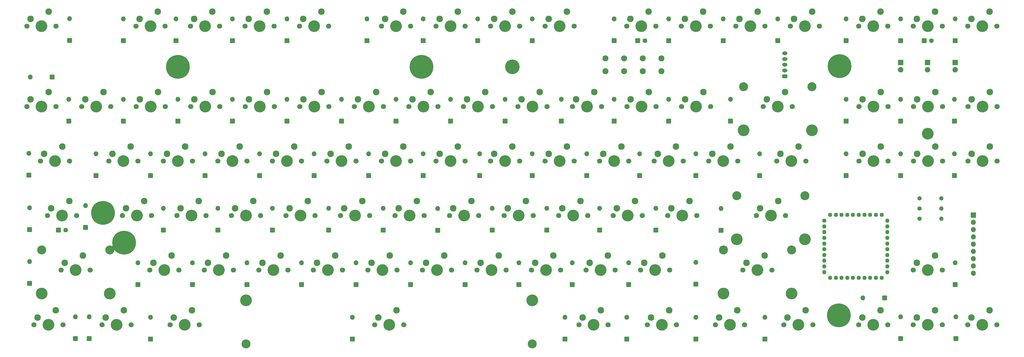
<source format=gbs>
%TF.GenerationSoftware,KiCad,Pcbnew,(6.0.5)*%
%TF.CreationDate,2022-06-03T16:12:07-04:00*%
%TF.ProjectId,Rabid,52616269-642e-46b6-9963-61645f706362,rev?*%
%TF.SameCoordinates,Original*%
%TF.FileFunction,Soldermask,Bot*%
%TF.FilePolarity,Negative*%
%FSLAX46Y46*%
G04 Gerber Fmt 4.6, Leading zero omitted, Abs format (unit mm)*
G04 Created by KiCad (PCBNEW (6.0.5)) date 2022-06-03 16:12:07*
%MOMM*%
%LPD*%
G01*
G04 APERTURE LIST*
G04 Aperture macros list*
%AMRoundRect*
0 Rectangle with rounded corners*
0 $1 Rounding radius*
0 $2 $3 $4 $5 $6 $7 $8 $9 X,Y pos of 4 corners*
0 Add a 4 corners polygon primitive as box body*
4,1,4,$2,$3,$4,$5,$6,$7,$8,$9,$2,$3,0*
0 Add four circle primitives for the rounded corners*
1,1,$1+$1,$2,$3*
1,1,$1+$1,$4,$5*
1,1,$1+$1,$6,$7*
1,1,$1+$1,$8,$9*
0 Add four rect primitives between the rounded corners*
20,1,$1+$1,$2,$3,$4,$5,0*
20,1,$1+$1,$4,$5,$6,$7,0*
20,1,$1+$1,$6,$7,$8,$9,0*
20,1,$1+$1,$8,$9,$2,$3,0*%
G04 Aperture macros list end*
%ADD10C,1.800000*%
%ADD11C,4.100000*%
%ADD12C,2.300000*%
%ADD13RoundRect,0.050000X0.800000X-0.800000X0.800000X0.800000X-0.800000X0.800000X-0.800000X-0.800000X0*%
%ADD14O,1.700000X1.700000*%
%ADD15C,1.450000*%
%ADD16O,1.450000X1.450000*%
%ADD17C,8.300000*%
%ADD18RoundRect,0.050000X-0.762000X-0.762000X0.762000X-0.762000X0.762000X0.762000X-0.762000X0.762000X0*%
%ADD19C,1.624000*%
%ADD20C,3.150000*%
%ADD21RoundRect,0.050000X-0.900000X0.900000X-0.900000X-0.900000X0.900000X-0.900000X0.900000X0.900000X0*%
%ADD22C,1.900000*%
%ADD23C,1.500000*%
%ADD24O,1.500000X1.500000*%
%ADD25RoundRect,0.050000X0.800000X0.800000X-0.800000X0.800000X-0.800000X-0.800000X0.800000X-0.800000X0*%
%ADD26C,5.100000*%
%ADD27RoundRect,0.050000X-0.850000X-0.850000X0.850000X-0.850000X0.850000X0.850000X-0.850000X0.850000X0*%
%ADD28O,1.800000X1.800000*%
%ADD29C,2.100000*%
%ADD30RoundRect,0.300000X0.625000X-0.350000X0.625000X0.350000X-0.625000X0.350000X-0.625000X-0.350000X0*%
%ADD31O,1.850000X1.300000*%
G04 APERTURE END LIST*
D10*
%TO.C,SW72*%
X259232400Y-189941200D03*
D11*
X264312400Y-189941200D03*
D10*
X269392400Y-189941200D03*
D12*
X266852400Y-184861200D03*
X260502400Y-187401200D03*
%TD*%
D13*
%TO.C,D13*%
X76200000Y-90678000D03*
D14*
X76200000Y-83058000D03*
%TD*%
D13*
%TO.C,D99*%
X366522000Y-137795000D03*
D14*
X366522000Y-130175000D03*
%TD*%
D15*
%TO.C,U1*%
X321105000Y-153560000D03*
D16*
X321105000Y-155560000D03*
X321105000Y-157560000D03*
X321105000Y-159560000D03*
X321105000Y-161560000D03*
X321105000Y-163560000D03*
X321105000Y-165560000D03*
X321105000Y-167560000D03*
X321105000Y-169560000D03*
X321105000Y-171560000D03*
X323105000Y-173560000D03*
X325105000Y-173560000D03*
X327105000Y-173560000D03*
X329105000Y-173560000D03*
X331105000Y-173560000D03*
X333105000Y-173560000D03*
X335105000Y-173560000D03*
X337105000Y-173560000D03*
X339105000Y-173560000D03*
X341105000Y-173560000D03*
X343105000Y-171560000D03*
X343105000Y-169560000D03*
X343105000Y-167560000D03*
X343105000Y-165560000D03*
X343105000Y-163560000D03*
X343105000Y-161560000D03*
X343105000Y-159560000D03*
X343105000Y-157560000D03*
X343105000Y-155560000D03*
X343105000Y-153560000D03*
X341105000Y-151560000D03*
X339105000Y-151560000D03*
X337105000Y-151560000D03*
X335105000Y-151560000D03*
X333105000Y-151560000D03*
X331105000Y-151560000D03*
X329105000Y-151560000D03*
X327105000Y-151560000D03*
X325105000Y-151560000D03*
X323105000Y-151560000D03*
%TD*%
D17*
%TO.C,H1*%
X95250000Y-99822000D03*
%TD*%
D11*
%TO.C,SW91*%
X357251000Y-85598000D03*
D10*
X362331000Y-85598000D03*
X352171000Y-85598000D03*
D12*
X359791000Y-80518000D03*
X353441000Y-83058000D03*
D18*
X355981000Y-90678000D03*
D19*
X358521000Y-90678000D03*
%TD*%
D10*
%TO.C,SW18*%
X92583000Y-189941200D03*
X102743000Y-189941200D03*
D11*
X97663000Y-189941200D03*
D12*
X100203000Y-184861200D03*
X93853000Y-187401200D03*
%TD*%
D13*
%TO.C,D102*%
X367030000Y-194818000D03*
D14*
X367030000Y-187198000D03*
%TD*%
D11*
%TO.C,SW4*%
X54762400Y-151790400D03*
D10*
X49682400Y-151790400D03*
X59842400Y-151790400D03*
D12*
X57302400Y-146710400D03*
X50952400Y-149250400D03*
D18*
X53492400Y-156870400D03*
D19*
X56032400Y-156870400D03*
%TD*%
D13*
%TO.C,D8*%
X57150000Y-118745000D03*
D14*
X57150000Y-111125000D03*
%TD*%
D10*
%TO.C,SW68*%
X252120400Y-113715800D03*
D11*
X257200400Y-113715800D03*
D10*
X262280400Y-113715800D03*
D12*
X259740400Y-108635800D03*
X253390400Y-111175800D03*
%TD*%
D10*
%TO.C,SW40*%
X171145200Y-151790400D03*
D11*
X176225200Y-151790400D03*
D10*
X181305200Y-151790400D03*
D12*
X178765200Y-146710400D03*
X172415200Y-149250400D03*
%TD*%
D10*
%TO.C,SW59*%
X247980200Y-170815000D03*
X237820200Y-170815000D03*
D11*
X242900200Y-170815000D03*
D12*
X245440200Y-165735000D03*
X239090200Y-168275000D03*
%TD*%
D11*
%TO.C,SW17*%
X109550200Y-170815000D03*
D10*
X114630200Y-170815000D03*
X104470200Y-170815000D03*
D12*
X112090200Y-165735000D03*
X105740200Y-168275000D03*
%TD*%
D13*
%TO.C,D34*%
X147955000Y-156845000D03*
D14*
X147955000Y-149225000D03*
%TD*%
D13*
%TO.C,D5*%
X43434000Y-175514000D03*
D14*
X43434000Y-167894000D03*
%TD*%
D13*
%TO.C,D29*%
X138430000Y-175895000D03*
D14*
X138430000Y-168275000D03*
%TD*%
D13*
%TO.C,D42*%
X156210000Y-194945000D03*
D14*
X156210000Y-187325000D03*
%TD*%
D10*
%TO.C,SW99*%
X381431800Y-132715000D03*
X371271800Y-132715000D03*
D11*
X376351800Y-132715000D03*
D12*
X378891800Y-127635000D03*
X372541800Y-130175000D03*
%TD*%
D10*
%TO.C,SW5*%
X64643000Y-170815000D03*
D11*
X47663000Y-179055000D03*
D20*
X71463000Y-163815000D03*
D11*
X71463000Y-179055000D03*
D20*
X47663000Y-163815000D03*
D11*
X59563000Y-170815000D03*
D10*
X54483000Y-170815000D03*
D12*
X62103000Y-165735000D03*
X55753000Y-168275000D03*
%TD*%
D17*
%TO.C,H6*%
X76454000Y-161290000D03*
%TD*%
D11*
%TO.C,SW35*%
X166700200Y-170815000D03*
D10*
X161620200Y-170815000D03*
X171780200Y-170815000D03*
D12*
X169240200Y-165735000D03*
X162890200Y-168275000D03*
%TD*%
D10*
%TO.C,SW58*%
X228295200Y-151790400D03*
X238455200Y-151790400D03*
D11*
X233375200Y-151790400D03*
D12*
X235915200Y-146710400D03*
X229565200Y-149250400D03*
%TD*%
D10*
%TO.C,SW25*%
X118745000Y-85598000D03*
X128905000Y-85598000D03*
D11*
X123825000Y-85598000D03*
D12*
X126365000Y-80518000D03*
X120015000Y-83058000D03*
%TD*%
D13*
%TO.C,D49*%
X200025000Y-90678000D03*
D14*
X200025000Y-83058000D03*
%TD*%
D11*
%TO.C,H8*%
X357251000Y-123190000D03*
%TD*%
D13*
%TO.C,D67*%
X266700000Y-90678000D03*
D14*
X266700000Y-83058000D03*
%TD*%
D13*
%TO.C,D15*%
X85725000Y-137795000D03*
D14*
X85725000Y-130175000D03*
%TD*%
D11*
%TO.C,SW46*%
X195275200Y-151790400D03*
D10*
X190195200Y-151790400D03*
X200355200Y-151790400D03*
D12*
X197815200Y-146710400D03*
X191465200Y-149250400D03*
%TD*%
D21*
%TO.C,D104*%
X347726000Y-98293000D03*
D22*
X347726000Y-100833000D03*
%TD*%
D11*
%TO.C,SW2*%
X47625000Y-113715800D03*
D10*
X52705000Y-113715800D03*
X42545000Y-113715800D03*
D12*
X50165000Y-108635800D03*
X43815000Y-111175800D03*
%TD*%
D10*
%TO.C,SW19*%
X99695000Y-85598000D03*
D11*
X104775000Y-85598000D03*
D10*
X109855000Y-85598000D03*
D12*
X107315000Y-80518000D03*
X100965000Y-83058000D03*
%TD*%
D13*
%TO.C,D27*%
X123825000Y-137795000D03*
D14*
X123825000Y-130175000D03*
%TD*%
D10*
%TO.C,SW11*%
X85420200Y-170815000D03*
D11*
X90500200Y-170815000D03*
D10*
X95580200Y-170815000D03*
D12*
X93040200Y-165735000D03*
X86690200Y-168275000D03*
%TD*%
D13*
%TO.C,D44*%
X171450000Y-118745000D03*
D14*
X171450000Y-111125000D03*
%TD*%
D13*
%TO.C,D28*%
X128270000Y-156845000D03*
D14*
X128270000Y-149225000D03*
%TD*%
D10*
%TO.C,SW75*%
X280720800Y-132715000D03*
X290880800Y-132715000D03*
D11*
X285800800Y-132715000D03*
D12*
X288340800Y-127635000D03*
X281990800Y-130175000D03*
%TD*%
D10*
%TO.C,SW80*%
X299745400Y-113715800D03*
D20*
X292925400Y-106715800D03*
D11*
X292925400Y-121955800D03*
D20*
X316725400Y-106715800D03*
D11*
X304825400Y-113715800D03*
D10*
X309905400Y-113715800D03*
D11*
X316725400Y-121955800D03*
D12*
X307365400Y-108635800D03*
X301015400Y-111175800D03*
%TD*%
D13*
%TO.C,D41*%
X176530000Y-175895000D03*
D14*
X176530000Y-168275000D03*
%TD*%
D13*
%TO.C,D62*%
X229235000Y-118745000D03*
D14*
X229235000Y-111125000D03*
%TD*%
D23*
%TO.C,R1*%
X354330000Y-152908000D03*
D24*
X361950000Y-152908000D03*
%TD*%
D13*
%TO.C,D64*%
X242570000Y-156845000D03*
D14*
X242570000Y-149225000D03*
%TD*%
D13*
%TO.C,D65*%
X252730000Y-175895000D03*
D14*
X252730000Y-168275000D03*
%TD*%
D13*
%TO.C,D50*%
X190500000Y-118745000D03*
D14*
X190500000Y-111125000D03*
%TD*%
D17*
%TO.C,H5*%
X69088000Y-150876000D03*
%TD*%
D13*
%TO.C,D61*%
X247650000Y-90678000D03*
D14*
X247650000Y-83058000D03*
%TD*%
D11*
%TO.C,SW32*%
X142900400Y-113715800D03*
D10*
X137820400Y-113715800D03*
X147980400Y-113715800D03*
D12*
X145440400Y-108635800D03*
X139090400Y-111175800D03*
%TD*%
D25*
%TO.C,D90*%
X342138000Y-180594000D03*
D14*
X334518000Y-180594000D03*
%TD*%
D10*
%TO.C,SW27*%
X128320800Y-132715000D03*
D11*
X133400800Y-132715000D03*
D10*
X138480800Y-132715000D03*
D12*
X135940800Y-127635000D03*
X129590800Y-130175000D03*
%TD*%
D13*
%TO.C,D80*%
X288290000Y-118745000D03*
D14*
X288290000Y-111125000D03*
%TD*%
D17*
%TO.C,H4*%
X326390000Y-99568000D03*
%TD*%
D13*
%TO.C,D81*%
X298450000Y-137795000D03*
D14*
X298450000Y-130175000D03*
%TD*%
D13*
%TO.C,D22*%
X109220000Y-156845000D03*
D14*
X109220000Y-149225000D03*
%TD*%
D13*
%TO.C,D68*%
X247650000Y-118745000D03*
D14*
X247650000Y-111125000D03*
%TD*%
D13*
%TO.C,D31*%
X133350000Y-90678000D03*
D14*
X133350000Y-83058000D03*
%TD*%
D11*
%TO.C,SW62*%
X238150400Y-113715800D03*
D10*
X233070400Y-113715800D03*
X243230400Y-113715800D03*
D12*
X240690400Y-108635800D03*
X234340400Y-111175800D03*
%TD*%
D13*
%TO.C,D52*%
X205105000Y-156845000D03*
D14*
X205105000Y-149225000D03*
%TD*%
D11*
%TO.C,SW76*%
X314312400Y-160030400D03*
X302412400Y-151790400D03*
X290512400Y-160030400D03*
D20*
X314312400Y-144790400D03*
X290512400Y-144790400D03*
D10*
X307492400Y-151790400D03*
X297332400Y-151790400D03*
D12*
X304952400Y-146710400D03*
X298602400Y-149250400D03*
%TD*%
D13*
%TO.C,D9*%
X66675000Y-137795000D03*
D14*
X66675000Y-130175000D03*
%TD*%
D11*
%TO.C,SW70*%
X271475200Y-151790400D03*
D10*
X266395200Y-151790400D03*
X276555200Y-151790400D03*
D12*
X274015200Y-146710400D03*
X267665200Y-149250400D03*
%TD*%
D11*
%TO.C,SW61*%
X257175000Y-85598000D03*
D10*
X262255000Y-85598000D03*
X252095000Y-85598000D03*
D12*
X259715000Y-80518000D03*
X253365000Y-83058000D03*
D18*
X255905000Y-90678000D03*
D19*
X258445000Y-90678000D03*
%TD*%
D13*
%TO.C,D39*%
X161925000Y-137795000D03*
D14*
X161925000Y-130175000D03*
%TD*%
D13*
%TO.C,D32*%
X133350000Y-118745000D03*
D14*
X133350000Y-111125000D03*
%TD*%
D11*
%TO.C,SW96*%
X357251000Y-189941200D03*
D10*
X352171000Y-189941200D03*
X362331000Y-189941200D03*
D12*
X359791000Y-184861200D03*
X353441000Y-187401200D03*
%TD*%
D11*
%TO.C,SW90*%
X338201000Y-189941200D03*
D10*
X333121000Y-189941200D03*
X343281000Y-189941200D03*
D12*
X340741000Y-184861200D03*
X334391000Y-187401200D03*
%TD*%
D13*
%TO.C,D40*%
X167005000Y-156845000D03*
D14*
X167005000Y-149225000D03*
%TD*%
D10*
%TO.C,SW6*%
X55118000Y-189941200D03*
D11*
X50038000Y-189941200D03*
D10*
X44958000Y-189941200D03*
D12*
X52578000Y-184861200D03*
X46228000Y-187401200D03*
%TD*%
D10*
%TO.C,SW1*%
X52705000Y-85598000D03*
X42545000Y-85598000D03*
D11*
X47625000Y-85598000D03*
D12*
X50165000Y-80518000D03*
X43815000Y-83058000D03*
%TD*%
D13*
%TO.C,D18*%
X85725000Y-194945000D03*
D14*
X85725000Y-187325000D03*
%TD*%
D13*
%TO.C,D59*%
X233045000Y-175895000D03*
D14*
X233045000Y-168275000D03*
%TD*%
D13*
%TO.C,D72*%
X252095000Y-194945000D03*
D14*
X252095000Y-187325000D03*
%TD*%
D10*
%TO.C,SW63*%
X252780800Y-132715000D03*
D11*
X247700800Y-132715000D03*
D10*
X242620800Y-132715000D03*
D12*
X250240800Y-127635000D03*
X243890800Y-130175000D03*
%TD*%
D10*
%TO.C,SW52*%
X219405200Y-151790400D03*
X209245200Y-151790400D03*
D11*
X214325200Y-151790400D03*
D12*
X216865200Y-146710400D03*
X210515200Y-149250400D03*
%TD*%
D13*
%TO.C,D97*%
X366776000Y-90678000D03*
D14*
X366776000Y-83058000D03*
%TD*%
D13*
%TO.C,D45*%
X180975000Y-137795000D03*
D14*
X180975000Y-130175000D03*
%TD*%
D23*
%TO.C,R3*%
X354330000Y-145796000D03*
D24*
X361950000Y-145796000D03*
%TD*%
D17*
%TO.C,H2*%
X180340000Y-99822000D03*
%TD*%
D10*
%TO.C,SW95*%
X362331000Y-170815000D03*
X352171000Y-170815000D03*
D11*
X357251000Y-170815000D03*
D12*
X359791000Y-165735000D03*
X353441000Y-168275000D03*
%TD*%
D10*
%TO.C,SW45*%
X185470800Y-132715000D03*
D11*
X190550800Y-132715000D03*
D10*
X195630800Y-132715000D03*
D12*
X193090800Y-127635000D03*
X186740800Y-130175000D03*
%TD*%
D25*
%TO.C,D2*%
X51308000Y-103378000D03*
D14*
X43688000Y-103378000D03*
%TD*%
D17*
%TO.C,H7*%
X326136000Y-186690000D03*
%TD*%
D13*
%TO.C,D92*%
X347726000Y-118745000D03*
D14*
X347726000Y-111125000D03*
%TD*%
D13*
%TO.C,D20*%
X95250000Y-118745000D03*
D14*
X95250000Y-111125000D03*
%TD*%
D10*
%TO.C,SW64*%
X257505200Y-151790400D03*
X247345200Y-151790400D03*
D11*
X252425200Y-151790400D03*
D12*
X254965200Y-146710400D03*
X248615200Y-149250400D03*
%TD*%
D10*
%TO.C,SW41*%
X190830200Y-170815000D03*
X180670200Y-170815000D03*
D11*
X185750200Y-170815000D03*
D12*
X188290200Y-165735000D03*
X181940200Y-168275000D03*
%TD*%
D10*
%TO.C,SW69*%
X271830800Y-132715000D03*
X261670800Y-132715000D03*
D11*
X266750800Y-132715000D03*
D12*
X269290800Y-127635000D03*
X262940800Y-130175000D03*
%TD*%
D10*
%TO.C,SW53*%
X218770200Y-170815000D03*
D11*
X223850200Y-170815000D03*
D10*
X228930200Y-170815000D03*
D12*
X226390200Y-165735000D03*
X220040200Y-168275000D03*
%TD*%
D11*
%TO.C,SW78*%
X288163000Y-189941200D03*
D10*
X283083000Y-189941200D03*
X293243000Y-189941200D03*
D12*
X290703000Y-184861200D03*
X284353000Y-187401200D03*
%TD*%
D13*
%TO.C,D69*%
X256540000Y-137795000D03*
D14*
X256540000Y-130175000D03*
%TD*%
D13*
%TO.C,D47*%
X195580000Y-175895000D03*
D14*
X195580000Y-168275000D03*
%TD*%
D10*
%TO.C,SW79*%
X319405000Y-85598000D03*
D11*
X314325000Y-85598000D03*
D10*
X309245000Y-85598000D03*
D12*
X316865000Y-80518000D03*
X310515000Y-83058000D03*
%TD*%
D10*
%TO.C,SW26*%
X128930400Y-113715800D03*
X118770400Y-113715800D03*
D11*
X123850400Y-113715800D03*
D12*
X126390400Y-108635800D03*
X120040400Y-111175800D03*
%TD*%
D10*
%TO.C,SW21*%
X119430800Y-132715000D03*
D11*
X114350800Y-132715000D03*
D10*
X109270800Y-132715000D03*
D12*
X116890800Y-127635000D03*
X110540800Y-130175000D03*
%TD*%
D10*
%TO.C,SW56*%
X214020400Y-113715800D03*
X224180400Y-113715800D03*
D11*
X219100400Y-113715800D03*
D12*
X221640400Y-108635800D03*
X215290400Y-111175800D03*
%TD*%
D13*
%TO.C,D58*%
X224155000Y-156845000D03*
D14*
X224155000Y-149225000D03*
%TD*%
D13*
%TO.C,D23*%
X119380000Y-175895000D03*
D14*
X119380000Y-168275000D03*
%TD*%
D21*
%TO.C,D106*%
X366776000Y-98298000D03*
D22*
X366776000Y-100838000D03*
%TD*%
D13*
%TO.C,D33*%
X142875000Y-137795000D03*
D14*
X142875000Y-130175000D03*
%TD*%
D13*
%TO.C,D96*%
X347726000Y-194818000D03*
D14*
X347726000Y-187198000D03*
%TD*%
D13*
%TO.C,D86*%
X328676000Y-118745000D03*
D14*
X328676000Y-111125000D03*
%TD*%
D10*
%TO.C,SW66*%
X235356400Y-189941200D03*
X245516400Y-189941200D03*
D11*
X240436400Y-189941200D03*
D12*
X242976400Y-184861200D03*
X236626400Y-187401200D03*
%TD*%
D13*
%TO.C,D16*%
X90170000Y-156845000D03*
D14*
X90170000Y-149225000D03*
%TD*%
D11*
%TO.C,SW85*%
X338201000Y-85598000D03*
D10*
X343281000Y-85598000D03*
X333121000Y-85598000D03*
D12*
X340741000Y-80518000D03*
X334391000Y-83058000D03*
%TD*%
D13*
%TO.C,D3*%
X43180000Y-137668000D03*
D14*
X43180000Y-130048000D03*
%TD*%
D13*
%TO.C,D76*%
X284988000Y-156972000D03*
D14*
X284988000Y-149352000D03*
%TD*%
D13*
%TO.C,D85*%
X328676000Y-90678000D03*
D14*
X328676000Y-83058000D03*
%TD*%
D13*
%TO.C,D74*%
X266700000Y-118745000D03*
D14*
X266700000Y-111125000D03*
%TD*%
D13*
%TO.C,D25*%
X114300000Y-90678000D03*
D14*
X114300000Y-83058000D03*
%TD*%
D13*
%TO.C,D93*%
X347726000Y-137795000D03*
D14*
X347726000Y-130175000D03*
%TD*%
D10*
%TO.C,SW73*%
X300355000Y-85598000D03*
D11*
X295275000Y-85598000D03*
D10*
X290195000Y-85598000D03*
D12*
X297815000Y-80518000D03*
X291465000Y-83058000D03*
%TD*%
D11*
%TO.C,SW20*%
X104800400Y-113715800D03*
D10*
X109880400Y-113715800D03*
X99720400Y-113715800D03*
D12*
X107340400Y-108635800D03*
X100990400Y-111175800D03*
%TD*%
D13*
%TO.C,D53*%
X214376000Y-175895000D03*
D14*
X214376000Y-168275000D03*
%TD*%
D10*
%TO.C,SW43*%
X195580000Y-85598000D03*
D11*
X190500000Y-85598000D03*
D10*
X185420000Y-85598000D03*
D12*
X193040000Y-80518000D03*
X186690000Y-83058000D03*
%TD*%
D13*
%TO.C,D37*%
X161290000Y-90678000D03*
D14*
X161290000Y-83058000D03*
%TD*%
D10*
%TO.C,SW29*%
X152730200Y-170815000D03*
D11*
X147650200Y-170815000D03*
D10*
X142570200Y-170815000D03*
D12*
X150190200Y-165735000D03*
X143840200Y-168275000D03*
%TD*%
D13*
%TO.C,D91*%
X347726000Y-90678000D03*
D14*
X347726000Y-83058000D03*
%TD*%
D13*
%TO.C,D12*%
X64262000Y-194818000D03*
D14*
X64262000Y-187198000D03*
%TD*%
D13*
%TO.C,D35*%
X157480000Y-175895000D03*
D14*
X157480000Y-168275000D03*
%TD*%
D13*
%TO.C,D17*%
X100330000Y-175895000D03*
D14*
X100330000Y-168275000D03*
%TD*%
D13*
%TO.C,D87*%
X328676000Y-137795000D03*
D14*
X328676000Y-130175000D03*
%TD*%
D13*
%TO.C,D55*%
X219075000Y-90678000D03*
D14*
X219075000Y-83058000D03*
%TD*%
D23*
%TO.C,R2*%
X354330000Y-149352000D03*
D24*
X361950000Y-149352000D03*
%TD*%
D10*
%TO.C,SW31*%
X137795000Y-85598000D03*
D11*
X142875000Y-85598000D03*
D10*
X147955000Y-85598000D03*
D12*
X145415000Y-80518000D03*
X139065000Y-83058000D03*
%TD*%
D13*
%TO.C,D66*%
X230505000Y-194945000D03*
D14*
X230505000Y-187325000D03*
%TD*%
D10*
%TO.C,SW74*%
X281330400Y-113715800D03*
X271170400Y-113715800D03*
D11*
X276250400Y-113715800D03*
D12*
X278790400Y-108635800D03*
X272440400Y-111175800D03*
%TD*%
D10*
%TO.C,SW3*%
X47294800Y-132715000D03*
D11*
X52374800Y-132715000D03*
D10*
X57454800Y-132715000D03*
D12*
X54914800Y-127635000D03*
X48564800Y-130175000D03*
%TD*%
D13*
%TO.C,D1*%
X57404000Y-90551000D03*
D14*
X57404000Y-82931000D03*
%TD*%
D10*
%TO.C,SW87*%
X343331800Y-132715000D03*
X333171800Y-132715000D03*
D11*
X338251800Y-132715000D03*
D12*
X340791800Y-127635000D03*
X334441800Y-130175000D03*
%TD*%
D11*
%TO.C,SW23*%
X128600200Y-170815000D03*
D10*
X133680200Y-170815000D03*
X123520200Y-170815000D03*
D12*
X131140200Y-165735000D03*
X124790200Y-168275000D03*
%TD*%
D10*
%TO.C,SW98*%
X371246400Y-113715800D03*
X381406400Y-113715800D03*
D11*
X376326400Y-113715800D03*
D12*
X378866400Y-108635800D03*
X372516400Y-111175800D03*
%TD*%
D11*
%TO.C,SW44*%
X181000400Y-113715800D03*
D10*
X175920400Y-113715800D03*
X186080400Y-113715800D03*
D12*
X183540400Y-108635800D03*
X177190400Y-111175800D03*
%TD*%
D13*
%TO.C,D43*%
X180975000Y-90678000D03*
D14*
X180975000Y-83058000D03*
%TD*%
D10*
%TO.C,SW86*%
X343306400Y-113715800D03*
X333146400Y-113715800D03*
D11*
X338226400Y-113715800D03*
D12*
X340766400Y-108635800D03*
X334416400Y-111175800D03*
%TD*%
D10*
%TO.C,SW51*%
X204520800Y-132715000D03*
X214680800Y-132715000D03*
D11*
X209600800Y-132715000D03*
D12*
X212140800Y-127635000D03*
X205790800Y-130175000D03*
%TD*%
D13*
%TO.C,D19*%
X94615000Y-90678000D03*
D14*
X94615000Y-83058000D03*
%TD*%
D10*
%TO.C,SW14*%
X80670400Y-113715800D03*
D11*
X85750400Y-113715800D03*
D10*
X90830400Y-113715800D03*
D12*
X88290400Y-108635800D03*
X81940400Y-111175800D03*
%TD*%
D10*
%TO.C,SW84*%
X317119000Y-189941200D03*
X306959000Y-189941200D03*
D11*
X312039000Y-189941200D03*
D12*
X314579000Y-184861200D03*
X308229000Y-187401200D03*
%TD*%
D10*
%TO.C,SW65*%
X267030200Y-170815000D03*
D11*
X261950200Y-170815000D03*
D10*
X256870200Y-170815000D03*
D12*
X264490200Y-165735000D03*
X258140200Y-168275000D03*
%TD*%
D13*
%TO.C,D70*%
X262255000Y-156845000D03*
D14*
X262255000Y-149225000D03*
%TD*%
D10*
%TO.C,SW97*%
X381381000Y-85598000D03*
D11*
X376301000Y-85598000D03*
D10*
X371221000Y-85598000D03*
D12*
X378841000Y-80518000D03*
X372491000Y-83058000D03*
%TD*%
D10*
%TO.C,SW38*%
X167030400Y-113715800D03*
X156870400Y-113715800D03*
D11*
X161950400Y-113715800D03*
D12*
X164490400Y-108635800D03*
X158140400Y-111175800D03*
%TD*%
D13*
%TO.C,D11*%
X81280000Y-175895000D03*
D14*
X81280000Y-168275000D03*
%TD*%
D10*
%TO.C,SW102*%
X371221000Y-189941200D03*
D11*
X376301000Y-189941200D03*
D10*
X381381000Y-189941200D03*
D12*
X378841000Y-184861200D03*
X372491000Y-187401200D03*
%TD*%
D10*
%TO.C,SW34*%
X152095200Y-151790400D03*
X162255200Y-151790400D03*
D11*
X157175200Y-151790400D03*
D12*
X159715200Y-146710400D03*
X153365200Y-149250400D03*
%TD*%
D10*
%TO.C,SW37*%
X176530000Y-85598000D03*
D11*
X171450000Y-85598000D03*
D10*
X166370000Y-85598000D03*
D12*
X173990000Y-80518000D03*
X167640000Y-83058000D03*
%TD*%
D20*
%TO.C,SW42*%
X219087800Y-196672200D03*
X119049800Y-196672200D03*
D11*
X219087800Y-181416200D03*
X169087800Y-189941200D03*
D10*
X174167800Y-189941200D03*
X164007800Y-189941200D03*
D11*
X119087800Y-181416200D03*
D12*
X171627800Y-184861200D03*
X165277800Y-187401200D03*
%TD*%
D13*
%TO.C,D14*%
X76200000Y-118745000D03*
D14*
X76200000Y-111125000D03*
%TD*%
D13*
%TO.C,D10*%
X62992000Y-155956000D03*
D14*
X62992000Y-148336000D03*
%TD*%
D10*
%TO.C,SW33*%
X147370800Y-132715000D03*
D11*
X152450800Y-132715000D03*
D10*
X157530800Y-132715000D03*
D12*
X154990800Y-127635000D03*
X148640800Y-130175000D03*
%TD*%
D10*
%TO.C,SW8*%
X71780400Y-113715800D03*
X61620400Y-113715800D03*
D11*
X66700400Y-113715800D03*
D12*
X69240400Y-108635800D03*
X62890400Y-111175800D03*
%TD*%
D13*
%TO.C,D98*%
X366522000Y-118745000D03*
D14*
X366522000Y-111125000D03*
%TD*%
D11*
%TO.C,SW16*%
X100025200Y-151790400D03*
D10*
X94945200Y-151790400D03*
X105105200Y-151790400D03*
D12*
X102565200Y-146710400D03*
X96215200Y-149250400D03*
%TD*%
D11*
%TO.C,SW47*%
X204800200Y-170815000D03*
D10*
X199720200Y-170815000D03*
X209880200Y-170815000D03*
D12*
X207340200Y-165735000D03*
X200990200Y-168275000D03*
%TD*%
D13*
%TO.C,D73*%
X285750000Y-90678000D03*
D14*
X285750000Y-83058000D03*
%TD*%
D11*
%TO.C,SW13*%
X85725000Y-85598000D03*
D10*
X90805000Y-85598000D03*
X80645000Y-85598000D03*
D12*
X88265000Y-80518000D03*
X81915000Y-83058000D03*
%TD*%
D13*
%TO.C,D84*%
X300355000Y-194945000D03*
D14*
X300355000Y-187325000D03*
%TD*%
D13*
%TO.C,D57*%
X219075000Y-137795000D03*
D14*
X219075000Y-130175000D03*
%TD*%
D13*
%TO.C,D95*%
X366776000Y-175895000D03*
D14*
X366776000Y-168275000D03*
%TD*%
D11*
%TO.C,SW50*%
X200050400Y-113715800D03*
D10*
X205130400Y-113715800D03*
X194970400Y-113715800D03*
D12*
X202590400Y-108635800D03*
X196240400Y-111175800D03*
%TD*%
D13*
%TO.C,D46*%
X186055000Y-156972000D03*
D14*
X186055000Y-149352000D03*
%TD*%
D13*
%TO.C,D38*%
X152400000Y-118745000D03*
D14*
X152400000Y-111125000D03*
%TD*%
D10*
%TO.C,SW71*%
X292658800Y-170815000D03*
D11*
X309638800Y-179055000D03*
D20*
X309638800Y-163815000D03*
X285838800Y-163815000D03*
D11*
X285838800Y-179055000D03*
D10*
X302818800Y-170815000D03*
D11*
X297738800Y-170815000D03*
D12*
X300278800Y-165735000D03*
X293928800Y-168275000D03*
%TD*%
D26*
%TO.C,H3*%
X212090000Y-99822000D03*
%TD*%
D13*
%TO.C,D71*%
X276225000Y-175768000D03*
D14*
X276225000Y-168148000D03*
%TD*%
D10*
%TO.C,SW67*%
X271145000Y-85598000D03*
D11*
X276225000Y-85598000D03*
D10*
X281305000Y-85598000D03*
D12*
X278765000Y-80518000D03*
X272415000Y-83058000D03*
%TD*%
D10*
%TO.C,SW15*%
X90220800Y-132715000D03*
D11*
X95300800Y-132715000D03*
D10*
X100380800Y-132715000D03*
D12*
X97840800Y-127635000D03*
X91490800Y-130175000D03*
%TD*%
D13*
%TO.C,D6*%
X59436000Y-194818000D03*
D14*
X59436000Y-187198000D03*
%TD*%
D13*
%TO.C,D56*%
X209550000Y-118745000D03*
D14*
X209550000Y-111125000D03*
%TD*%
D10*
%TO.C,SW10*%
X75895200Y-151790400D03*
D11*
X80975200Y-151790400D03*
D10*
X86055200Y-151790400D03*
D12*
X83515200Y-146710400D03*
X77165200Y-149250400D03*
%TD*%
D10*
%TO.C,SW55*%
X223520000Y-85598000D03*
D11*
X228600000Y-85598000D03*
D10*
X233680000Y-85598000D03*
D12*
X231140000Y-80518000D03*
X224790000Y-83058000D03*
%TD*%
D13*
%TO.C,D63*%
X238125000Y-137795000D03*
D14*
X238125000Y-130175000D03*
%TD*%
D11*
%TO.C,SW28*%
X138125200Y-151790400D03*
D10*
X143205200Y-151790400D03*
X133045200Y-151790400D03*
D12*
X140665200Y-146710400D03*
X134315200Y-149250400D03*
%TD*%
D10*
%TO.C,SW12*%
X68783200Y-189941200D03*
X78943200Y-189941200D03*
D11*
X73863200Y-189941200D03*
D12*
X76403200Y-184861200D03*
X70053200Y-187401200D03*
%TD*%
D11*
%TO.C,SW92*%
X357276400Y-113715800D03*
D10*
X352196400Y-113715800D03*
X362356400Y-113715800D03*
D12*
X359816400Y-108635800D03*
X353466400Y-111175800D03*
%TD*%
D10*
%TO.C,SW9*%
X71170800Y-132715000D03*
X81330800Y-132715000D03*
D11*
X76250800Y-132715000D03*
D12*
X78790800Y-127635000D03*
X72440800Y-130175000D03*
%TD*%
D10*
%TO.C,SW57*%
X223570800Y-132715000D03*
X233730800Y-132715000D03*
D11*
X228650800Y-132715000D03*
D12*
X231190800Y-127635000D03*
X224840800Y-130175000D03*
%TD*%
D11*
%TO.C,SW49*%
X209550000Y-85598000D03*
D10*
X214630000Y-85598000D03*
X204470000Y-85598000D03*
D12*
X212090000Y-80518000D03*
X205740000Y-83058000D03*
%TD*%
D13*
%TO.C,D51*%
X200660000Y-137795000D03*
D14*
X200660000Y-130175000D03*
%TD*%
D13*
%TO.C,D79*%
X304800000Y-90678000D03*
D14*
X304800000Y-83058000D03*
%TD*%
D11*
%TO.C,SW22*%
X119075200Y-151790400D03*
D10*
X124155200Y-151790400D03*
X113995200Y-151790400D03*
D12*
X121615200Y-146710400D03*
X115265200Y-149250400D03*
%TD*%
D27*
%TO.C,J3*%
X373126000Y-151638000D03*
D28*
X373126000Y-154178000D03*
X373126000Y-156718000D03*
X373126000Y-159258000D03*
X373126000Y-161798000D03*
X373126000Y-164338000D03*
X373126000Y-166878000D03*
X373126000Y-169418000D03*
X373126000Y-171958000D03*
%TD*%
D11*
%TO.C,SW93*%
X357301800Y-132715000D03*
D10*
X352221800Y-132715000D03*
X362381800Y-132715000D03*
D12*
X359841800Y-127635000D03*
X353491800Y-130175000D03*
%TD*%
D21*
%TO.C,D108*%
X357124000Y-98298000D03*
D22*
X357124000Y-100838000D03*
%TD*%
D13*
%TO.C,D78*%
X276225000Y-194945000D03*
D14*
X276225000Y-187325000D03*
%TD*%
D10*
%TO.C,SW39*%
X176580800Y-132715000D03*
D11*
X171500800Y-132715000D03*
D10*
X166420800Y-132715000D03*
D12*
X174040800Y-127635000D03*
X167690800Y-130175000D03*
%TD*%
D13*
%TO.C,D4*%
X43434000Y-156718000D03*
D14*
X43434000Y-149098000D03*
%TD*%
D13*
%TO.C,D26*%
X114300000Y-118745000D03*
D14*
X114300000Y-111125000D03*
%TD*%
D13*
%TO.C,D21*%
X104775000Y-137795000D03*
D14*
X104775000Y-130175000D03*
%TD*%
D13*
%TO.C,D75*%
X276225000Y-137795000D03*
D14*
X276225000Y-130175000D03*
%TD*%
D11*
%TO.C,SW81*%
X309575200Y-132715000D03*
D10*
X314655200Y-132715000D03*
X304495200Y-132715000D03*
D12*
X312115200Y-127635000D03*
X305765200Y-130175000D03*
%TD*%
D29*
%TO.C,SW103*%
X244654000Y-96810000D03*
X251154000Y-96810000D03*
X244654000Y-101310000D03*
X251154000Y-101310000D03*
%TD*%
D30*
%TO.C,J1*%
X307250000Y-103060000D03*
D31*
X307250000Y-101060000D03*
X307250000Y-99060000D03*
X307250000Y-97060000D03*
X307250000Y-95060000D03*
%TD*%
D29*
%TO.C,SW104*%
X264160000Y-96810000D03*
X257660000Y-96810000D03*
X257660000Y-101310000D03*
X264160000Y-101310000D03*
%TD*%
G36*
X73024077Y-163616265D02*
G01*
X73203240Y-163866518D01*
X73245681Y-163914998D01*
X73246069Y-163916960D01*
X73244564Y-163918277D01*
X73243031Y-163917955D01*
X73190309Y-163881125D01*
X73119975Y-163878413D01*
X73059367Y-163914140D01*
X73026588Y-163983847D01*
X73024946Y-163984989D01*
X73023136Y-163984138D01*
X73022784Y-163982839D01*
X73035994Y-163815000D01*
X73020457Y-163617586D01*
X73021318Y-163615781D01*
X73023312Y-163615624D01*
X73024077Y-163616265D01*
G37*
G36*
X72406229Y-162175571D02*
G01*
X72466689Y-162433344D01*
X72549126Y-162675501D01*
X72548738Y-162677463D01*
X72546845Y-162678108D01*
X72545934Y-162677667D01*
X72387580Y-162542419D01*
X72219340Y-162439322D01*
X72218386Y-162437565D01*
X72219431Y-162435859D01*
X72221270Y-162435823D01*
X72252887Y-162451415D01*
X72322520Y-162463550D01*
X72387384Y-162436230D01*
X72427198Y-162378151D01*
X72430777Y-162313827D01*
X72402324Y-162176434D01*
X72402952Y-162174535D01*
X72404910Y-162174129D01*
X72406229Y-162175571D01*
G37*
M02*

</source>
